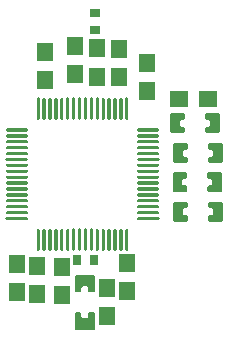
<source format=gtp>
G04 Layer: TopPasteMaskLayer*
G04 EasyEDA Pro v2.2.44.9, 2025-11-28 14:21:36*
G04 Gerber Generator version 0.3*
G04 Scale: 100 percent, Rotated: No, Reflected: No*
G04 Dimensions in millimeters*
G04 Leading zeros omitted, absolute positions, 4 integers and 5 decimals*
G04 Generated by one-click*
%FSLAX45Y45*%
%MOMM*%
%ADD10R,1.3589X1.5*%
%ADD11R,1.5X1.3589*%
%ADD12R,0.9X0.8*%
%ADD13R,0.8X0.9*%
%ADD14C,0.6945*%
G75*


G04 PolygonModel Start*
G36*
G01X2554290Y-1531295D02*
G02X2554290Y-1503294I0J14000D01*
G01X2721290Y-1503294D01*
G02X2721290Y-1531295I0J-14000D01*
G01X2554290Y-1531295D01*
G37*
G36*
G01X2554290Y-1581307D02*
G02X2554290Y-1553307I0J14000D01*
G01X2721290Y-1553307D01*
G02X2721290Y-1581307I0J-14000D01*
G01X2554290Y-1581307D01*
G37*
G36*
G01X2554290Y-1631295D02*
G02X2554290Y-1603294I0J14000D01*
G01X2721290Y-1603294D01*
G02X2721290Y-1631295I0J-14000D01*
G01X2554290Y-1631295D01*
G37*
G36*
G01X2554290Y-1681307D02*
G02X2554290Y-1653306I0J14000D01*
G01X2721290Y-1653306D01*
G02X2721290Y-1681307I0J-14000D01*
G01X2554290Y-1681307D01*
G37*
G36*
G01X2554290Y-1731294D02*
G02X2554290Y-1703294I0J14000D01*
G01X2721290Y-1703294D01*
G02X2721290Y-1731294I0J-14000D01*
G01X2554290Y-1731294D01*
G37*
G36*
G01X2554290Y-1781307D02*
G02X2554290Y-1753306I0J14000D01*
G01X2721290Y-1753306D01*
G02X2721290Y-1781307I0J-14000D01*
G01X2554290Y-1781307D01*
G37*
G36*
G01X2554290Y-1831294D02*
G02X2554290Y-1803293I0J14000D01*
G01X2721290Y-1803293D01*
G02X2721290Y-1831294I0J-14000D01*
G01X2554290Y-1831294D01*
G37*
G36*
G01X2554290Y-1881307D02*
G02X2554290Y-1853306I0J14000D01*
G01X2721290Y-1853306D01*
G02X2721290Y-1881307I0J-14000D01*
G01X2554290Y-1881307D01*
G37*
G36*
G01X2554290Y-1931294D02*
G02X2554290Y-1903293I0J14000D01*
G01X2721290Y-1903293D01*
G02X2721290Y-1931294I0J-14000D01*
G01X2554290Y-1931294D01*
G37*
G36*
G01X2554290Y-1981307D02*
G02X2554290Y-1953306I0J14000D01*
G01X2721290Y-1953306D01*
G02X2721290Y-1981307I0J-14000D01*
G01X2554290Y-1981307D01*
G37*
G36*
G01X2554290Y-2031294D02*
G02X2554290Y-2003293I0J14000D01*
G01X2721290Y-2003293D01*
G02X2721290Y-2031294I0J-14000D01*
G01X2554290Y-2031294D01*
G37*
G36*
G01X2554290Y-2081306D02*
G02X2554290Y-2053306I0J14000D01*
G01X2721290Y-2053306D01*
G02X2721290Y-2081306I0J-14000D01*
G01X2554290Y-2081306D01*
G37*
G36*
G01X2554290Y-2131294D02*
G02X2554290Y-2103293I0J14000D01*
G01X2721290Y-2103293D01*
G02X2721290Y-2131294I0J-14000D01*
G01X2554290Y-2131294D01*
G37*
G36*
G01X2554290Y-2181306D02*
G02X2554290Y-2153305I0J14000D01*
G01X2721290Y-2153305D01*
G02X2721290Y-2181306I0J-14000D01*
G01X2554290Y-2181306D01*
G37*
G36*
G01X2554290Y-2231293D02*
G02X2554290Y-2203293I0J14000D01*
G01X2721290Y-2203293D01*
G02X2721290Y-2231293I0J-14000D01*
G01X2554290Y-2231293D01*
G37*
G36*
G01X2554290Y-2281306D02*
G02X2554290Y-2253305I0J14000D01*
G01X2721290Y-2253305D01*
G02X2721290Y-2281306I0J-14000D01*
G01X2554290Y-2281306D01*
G37*
G36*
G01X2471806Y-1420810D02*
G02X2443805Y-1420810I-14000J0D01*
G01X2443805Y-1253810D01*
G02X2471806Y-1253810I14000J0D01*
G01X2471806Y-1420810D01*
G37*
G36*
G01X2421793Y-1420810D02*
G02X2393793Y-1420810I-14000J0D01*
G01X2393793Y-1253810D01*
G02X2421793Y-1253810I14000J0D01*
G01X2421793Y-1420810D01*
G37*
G36*
G01X2371806Y-1420810D02*
G02X2343805Y-1420810I-14000J0D01*
G01X2343805Y-1253810D01*
G02X2371806Y-1253810I14000J0D01*
G01X2371806Y-1420810D01*
G37*
G36*
G01X2321794Y-1420810D02*
G02X2293793Y-1420810I-14000J0D01*
G01X2293793Y-1253810D01*
G02X2321794Y-1253810I14000J0D01*
G01X2321794Y-1420810D01*
G37*
G36*
G01X2271806Y-1420810D02*
G02X2243806Y-1420810I-14000J0D01*
G01X2243806Y-1253810D01*
G02X2271806Y-1253810I14000J0D01*
G01X2271806Y-1420810D01*
G37*
G36*
G01X2221794Y-1420810D02*
G02X2193793Y-1420810I-14000J0D01*
G01X2193793Y-1253810D01*
G02X2221794Y-1253810I14000J0D01*
G01X2221794Y-1420810D01*
G37*
G36*
G01X2171807Y-1420810D02*
G02X2143806Y-1420810I-14000J0D01*
G01X2143806Y-1253810D01*
G02X2171807Y-1253810I14000J0D01*
G01X2171807Y-1420810D01*
G37*
G36*
G01X2121794Y-1420810D02*
G02X2093793Y-1420810I-14000J0D01*
G01X2093793Y-1253810D01*
G02X2121794Y-1253810I14000J0D01*
G01X2121794Y-1420810D01*
G37*
G36*
G01X2071807Y-1420810D02*
G02X2043806Y-1420810I-14000J0D01*
G01X2043806Y-1253810D01*
G02X2071807Y-1253810I14000J0D01*
G01X2071807Y-1420810D01*
G37*
G36*
G01X2021794Y-1420810D02*
G02X1993793Y-1420810I-14000J0D01*
G01X1993793Y-1253810D01*
G02X2021794Y-1253810I14000J0D01*
G01X2021794Y-1420810D01*
G37*
G36*
G01X1971807Y-1420810D02*
G02X1943806Y-1420810I-14000J0D01*
G01X1943806Y-1253810D01*
G02X1971807Y-1253810I14000J0D01*
G01X1971807Y-1420810D01*
G37*
G36*
G01X1921794Y-1420810D02*
G02X1893794Y-1420810I-14000J0D01*
G01X1893794Y-1253810D01*
G02X1921794Y-1253810I14000J0D01*
G01X1921794Y-1420810D01*
G37*
G36*
G01X1871807Y-1420810D02*
G02X1843806Y-1420810I-14000J0D01*
G01X1843806Y-1253810D01*
G02X1871807Y-1253810I14000J0D01*
G01X1871807Y-1420810D01*
G37*
G36*
G01X1821795Y-1420810D02*
G02X1793794Y-1420810I-14000J0D01*
G01X1793794Y-1253810D01*
G02X1821795Y-1253810I14000J0D01*
G01X1821795Y-1420810D01*
G37*
G36*
G01X1771807Y-1420810D02*
G02X1743807Y-1420810I-14000J0D01*
G01X1743807Y-1253810D01*
G02X1771807Y-1253810I14000J0D01*
G01X1771807Y-1420810D01*
G37*
G36*
G01X1721795Y-1420810D02*
G02X1693794Y-1420810I-14000J0D01*
G01X1693794Y-1253810D01*
G02X1721795Y-1253810I14000J0D01*
G01X1721795Y-1420810D01*
G37*
G36*
G01X1611310Y-1503294D02*
G02X1611310Y-1531295I0J-14000D01*
G01X1444310Y-1531295D01*
G02X1444310Y-1503294I0J14000D01*
G01X1611310Y-1503294D01*
G37*
G36*
G01X1611310Y-1553307D02*
G02X1611310Y-1581307I0J-14000D01*
G01X1444310Y-1581307D01*
G02X1444310Y-1553307I0J14000D01*
G01X1611310Y-1553307D01*
G37*
G36*
G01X1611310Y-1603294D02*
G02X1611310Y-1631295I0J-14000D01*
G01X1444310Y-1631295D01*
G02X1444310Y-1603294I0J14000D01*
G01X1611310Y-1603294D01*
G37*
G36*
G01X1611310Y-1653306D02*
G02X1611310Y-1681307I0J-14000D01*
G01X1444310Y-1681307D01*
G02X1444310Y-1653306I0J14000D01*
G01X1611310Y-1653306D01*
G37*
G36*
G01X1611310Y-1703294D02*
G02X1611310Y-1731294I0J-14000D01*
G01X1444310Y-1731294D01*
G02X1444310Y-1703294I0J14000D01*
G01X1611310Y-1703294D01*
G37*
G36*
G01X1611310Y-1753306D02*
G02X1611310Y-1781307I0J-14000D01*
G01X1444310Y-1781307D01*
G02X1444310Y-1753306I0J14000D01*
G01X1611310Y-1753306D01*
G37*
G36*
G01X1611310Y-1803293D02*
G02X1611310Y-1831294I0J-14000D01*
G01X1444310Y-1831294D01*
G02X1444310Y-1803293I0J14000D01*
G01X1611310Y-1803293D01*
G37*
G36*
G01X1611310Y-1853306D02*
G02X1611310Y-1881307I0J-14000D01*
G01X1444310Y-1881307D01*
G02X1444310Y-1853306I0J14000D01*
G01X1611310Y-1853306D01*
G37*
G36*
G01X1611310Y-1903293D02*
G02X1611310Y-1931294I0J-14000D01*
G01X1444310Y-1931294D01*
G02X1444310Y-1903293I0J14000D01*
G01X1611310Y-1903293D01*
G37*
G36*
G01X1611310Y-1953306D02*
G02X1611310Y-1981307I0J-14000D01*
G01X1444310Y-1981307D01*
G02X1444310Y-1953306I0J14000D01*
G01X1611310Y-1953306D01*
G37*
G36*
G01X1611310Y-2003293D02*
G02X1611310Y-2031294I0J-14000D01*
G01X1444310Y-2031294D01*
G02X1444310Y-2003293I0J14000D01*
G01X1611310Y-2003293D01*
G37*
G36*
G01X1611310Y-2053306D02*
G02X1611310Y-2081306I0J-14000D01*
G01X1444310Y-2081306D01*
G02X1444310Y-2053306I0J14000D01*
G01X1611310Y-2053306D01*
G37*
G36*
G01X1611310Y-2103293D02*
G02X1611310Y-2131294I0J-14000D01*
G01X1444310Y-2131294D01*
G02X1444310Y-2103293I0J14000D01*
G01X1611310Y-2103293D01*
G37*
G36*
G01X1611310Y-2153305D02*
G02X1611310Y-2181306I0J-14000D01*
G01X1444310Y-2181306D01*
G02X1444310Y-2153305I0J14000D01*
G01X1611310Y-2153305D01*
G37*
G36*
G01X1611310Y-2203293D02*
G02X1611310Y-2231293I0J-14000D01*
G01X1444310Y-2231293D01*
G02X1444310Y-2203293I0J14000D01*
G01X1611310Y-2203293D01*
G37*
G36*
G01X1611310Y-2253305D02*
G02X1611310Y-2281306I0J-14000D01*
G01X1444310Y-2281306D01*
G02X1444310Y-2253305I0J14000D01*
G01X1611310Y-2253305D01*
G37*
G36*
G01X1693794Y-2363790D02*
G02X1721795Y-2363790I14000J0D01*
G01X1721795Y-2530790D01*
G02X1693794Y-2530790I-14000J0D01*
G01X1693794Y-2363790D01*
G37*
G36*
G01X1743807Y-2363790D02*
G02X1771807Y-2363790I14000J0D01*
G01X1771807Y-2530790D01*
G02X1743807Y-2530790I-14000J0D01*
G01X1743807Y-2363790D01*
G37*
G36*
G01X1793794Y-2363790D02*
G02X1821795Y-2363790I14000J0D01*
G01X1821795Y-2530790D01*
G02X1793794Y-2530790I-14000J0D01*
G01X1793794Y-2363790D01*
G37*
G36*
G01X1843806Y-2363790D02*
G02X1871807Y-2363790I14000J0D01*
G01X1871807Y-2530790D01*
G02X1843806Y-2530790I-14000J0D01*
G01X1843806Y-2363790D01*
G37*
G36*
G01X1893794Y-2363790D02*
G02X1921794Y-2363790I14000J0D01*
G01X1921794Y-2530790D01*
G02X1893794Y-2530790I-14000J0D01*
G01X1893794Y-2363790D01*
G37*
G36*
G01X1943806Y-2363790D02*
G02X1971807Y-2363790I14000J0D01*
G01X1971807Y-2530790D01*
G02X1943806Y-2530790I-14000J0D01*
G01X1943806Y-2363790D01*
G37*
G36*
G01X1993793Y-2363790D02*
G02X2021794Y-2363790I14000J0D01*
G01X2021794Y-2530790D01*
G02X1993793Y-2530790I-14000J0D01*
G01X1993793Y-2363790D01*
G37*
G36*
G01X2043806Y-2363790D02*
G02X2071807Y-2363790I14000J0D01*
G01X2071807Y-2530790D01*
G02X2043806Y-2530790I-14000J0D01*
G01X2043806Y-2363790D01*
G37*
G36*
G01X2093793Y-2363790D02*
G02X2121794Y-2363790I14000J0D01*
G01X2121794Y-2530790D01*
G02X2093793Y-2530790I-14000J0D01*
G01X2093793Y-2363790D01*
G37*
G36*
G01X2143806Y-2363790D02*
G02X2171807Y-2363790I14000J0D01*
G01X2171807Y-2530790D01*
G02X2143806Y-2530790I-14000J0D01*
G01X2143806Y-2363790D01*
G37*
G36*
G01X2193793Y-2363790D02*
G02X2221794Y-2363790I14000J0D01*
G01X2221794Y-2530790D01*
G02X2193793Y-2530790I-14000J0D01*
G01X2193793Y-2363790D01*
G37*
G36*
G01X2243806Y-2363790D02*
G02X2271806Y-2363790I14000J0D01*
G01X2271806Y-2530790D01*
G02X2243806Y-2530790I-14000J0D01*
G01X2243806Y-2363790D01*
G37*
G36*
G01X2293793Y-2363790D02*
G02X2321794Y-2363790I14000J0D01*
G01X2321794Y-2530790D01*
G02X2293793Y-2530790I-14000J0D01*
G01X2293793Y-2363790D01*
G37*
G36*
G01X2343805Y-2363790D02*
G02X2371806Y-2363790I14000J0D01*
G01X2371806Y-2530790D01*
G02X2343805Y-2530790I-14000J0D01*
G01X2343805Y-2363790D01*
G37*
G36*
G01X2393793Y-2363790D02*
G02X2421793Y-2363790I14000J0D01*
G01X2421793Y-2530790D01*
G02X2393793Y-2530790I-14000J0D01*
G01X2393793Y-2363790D01*
G37*
G36*
G01X2443805Y-2363790D02*
G02X2471806Y-2363790I14000J0D01*
G01X2471806Y-2530790D01*
G02X2443805Y-2530790I-14000J0D01*
G01X2443805Y-2363790D01*
G37*
G36*
G01X3148200Y-2284849D02*
G01X3148200Y-2248718D01*
G01X3158200Y-2238718D01*
G01X3179257Y-2238718D01*
G01X3189257Y-2228718D01*
G01X3189257Y-2190882D01*
G01X3179257Y-2180882D01*
G01X3158200Y-2180882D01*
G01X3148200Y-2170882D01*
G01X3148200Y-2134751D01*
G01X3158200Y-2124751D01*
G01X3258952Y-2124751D01*
G01X3268952Y-2134751D01*
G01X3268952Y-2284849D01*
G01X3258952Y-2294849D01*
G01X3158200Y-2294849D01*
G01X3148200Y-2284849D01*
G37*
G36*
G01X2973200Y-2284849D02*
G01X2973200Y-2248718D01*
G01X2963200Y-2238718D01*
G01X2942143Y-2238718D01*
G01X2932143Y-2228718D01*
G01X2932143Y-2190882D01*
G01X2942143Y-2180882D01*
G01X2963200Y-2180882D01*
G01X2973200Y-2170882D01*
G01X2973200Y-2134751D01*
G01X2963200Y-2124751D01*
G01X2862448Y-2124751D01*
G01X2852448Y-2134751D01*
G01X2852448Y-2284849D01*
G01X2862448Y-2294849D01*
G01X2963200Y-2294849D01*
G01X2973200Y-2284849D01*
G37*
G36*
G01X3140723Y-2033114D02*
G01X3140723Y-1996982D01*
G01X3150723Y-1986982D01*
G01X3171779Y-1986982D01*
G01X3181779Y-1976982D01*
G01X3181779Y-1939146D01*
G01X3171779Y-1929147D01*
G01X3150723Y-1929147D01*
G01X3140723Y-1919147D01*
G01X3140723Y-1883015D01*
G01X3150723Y-1873015D01*
G01X3251474Y-1873015D01*
G01X3261474Y-1883015D01*
G01X3261474Y-2033114D01*
G01X3251474Y-2043114D01*
G01X3150723Y-2043114D01*
G01X3140723Y-2033114D01*
G37*
G36*
G01X2965722Y-2033114D02*
G01X2965722Y-1996982D01*
G01X2955722Y-1986982D01*
G01X2934665Y-1986982D01*
G01X2924665Y-1976982D01*
G01X2924665Y-1939146D01*
G01X2934665Y-1929147D01*
G01X2955722Y-1929147D01*
G01X2965722Y-1919147D01*
G01X2965722Y-1883015D01*
G01X2955722Y-1873015D01*
G01X2854970Y-1873015D01*
G01X2844970Y-1883015D01*
G01X2844970Y-2033114D01*
G01X2854970Y-2043114D01*
G01X2955722Y-2043114D01*
G01X2965722Y-2033114D01*
G37*
G36*
G01X3148200Y-1789549D02*
G01X3148200Y-1753418D01*
G01X3158200Y-1743418D01*
G01X3179257Y-1743418D01*
G01X3189257Y-1733418D01*
G01X3189257Y-1695582D01*
G01X3179257Y-1685582D01*
G01X3158200Y-1685582D01*
G01X3148200Y-1675582D01*
G01X3148200Y-1639451D01*
G01X3158200Y-1629451D01*
G01X3258952Y-1629451D01*
G01X3268952Y-1639451D01*
G01X3268952Y-1789549D01*
G01X3258952Y-1799549D01*
G01X3158200Y-1799549D01*
G01X3148200Y-1789549D01*
G37*
G36*
G01X2973200Y-1789549D02*
G01X2973200Y-1753418D01*
G01X2963200Y-1743418D01*
G01X2942143Y-1743418D01*
G01X2932143Y-1733418D01*
G01X2932143Y-1695582D01*
G01X2942143Y-1685582D01*
G01X2963200Y-1685582D01*
G01X2973200Y-1675582D01*
G01X2973200Y-1639451D01*
G01X2963200Y-1629451D01*
G01X2862448Y-1629451D01*
G01X2852448Y-1639451D01*
G01X2852448Y-1789549D01*
G01X2862448Y-1799549D01*
G01X2963200Y-1799549D01*
G01X2973200Y-1789549D01*
G37*
G36*
G01X3122800Y-1535549D02*
G01X3122800Y-1499418D01*
G01X3132800Y-1489418D01*
G01X3153857Y-1489418D01*
G01X3163857Y-1479418D01*
G01X3163857Y-1441582D01*
G01X3153857Y-1431582D01*
G01X3132800Y-1431582D01*
G01X3122800Y-1421582D01*
G01X3122800Y-1385451D01*
G01X3132800Y-1375451D01*
G01X3233552Y-1375451D01*
G01X3243552Y-1385451D01*
G01X3243552Y-1535549D01*
G01X3233552Y-1545549D01*
G01X3132800Y-1545549D01*
G01X3122800Y-1535549D01*
G37*
G36*
G01X2947800Y-1535549D02*
G01X2947800Y-1499418D01*
G01X2937800Y-1489418D01*
G01X2916743Y-1489418D01*
G01X2906743Y-1479418D01*
G01X2906743Y-1441582D01*
G01X2916743Y-1431582D01*
G01X2937800Y-1431582D01*
G01X2947800Y-1421582D01*
G01X2947800Y-1385451D01*
G01X2937800Y-1375451D01*
G01X2837048Y-1375451D01*
G01X2827048Y-1385451D01*
G01X2827048Y-1535549D01*
G01X2837048Y-1545549D01*
G01X2937800Y-1545549D01*
G01X2947800Y-1535549D01*
G37*
G36*
G01X2178759Y-2892116D02*
G01X2141733Y-2892116D01*
G01X2131733Y-2882116D01*
G01X2131733Y-2851626D01*
G01X2121733Y-2841626D01*
G01X2082983Y-2841626D01*
G01X2072983Y-2851626D01*
G01X2072983Y-2882116D01*
G01X2062983Y-2892116D01*
G01X2025957Y-2892116D01*
G01X2015957Y-2882116D01*
G01X2015957Y-2753618D01*
G01X2025957Y-2743618D01*
G01X2178759Y-2743618D01*
G01X2188759Y-2753618D01*
G01X2188759Y-2882116D01*
G01X2178759Y-2892116D01*
G37*
G36*
G01X2178759Y-3062119D02*
G01X2141733Y-3062119D01*
G01X2131733Y-3072119D01*
G01X2131733Y-3102609D01*
G01X2121733Y-3112609D01*
G01X2082983Y-3112609D01*
G01X2072983Y-3102609D01*
G01X2072983Y-3072119D01*
G01X2062983Y-3062119D01*
G01X2025957Y-3062119D01*
G01X2015957Y-3072119D01*
G01X2015957Y-3200617D01*
G01X2025957Y-3210617D01*
G01X2178759Y-3210617D01*
G01X2188759Y-3200617D01*
G01X2188759Y-3072119D01*
G01X2178759Y-3062119D01*
G37*

G04 Pad Start*
G54D10*
G01X2019300Y-1047090D03*
G01X2019300Y-807110D03*
G01X1765300Y-1097890D03*
G01X1765300Y-857910D03*
G01X2387600Y-1072490D03*
G01X2387600Y-832510D03*
G01X2628900Y-1186790D03*
G01X2628900Y-946810D03*
G54D11*
G01X2902610Y-1257300D03*
G01X3142590Y-1257300D03*
G54D10*
G01X2456790Y-2642921D03*
G01X2456790Y-2882900D03*
G01X1524000Y-2648610D03*
G01X1524000Y-2888590D03*
G01X1905000Y-2674010D03*
G01X1905000Y-2913990D03*
G01X1696110Y-2908300D03*
G01X1696110Y-2668321D03*
G01X2204110Y-1066800D03*
G01X2204110Y-826821D03*
G54D12*
G01X2184400Y-666902D03*
G01X2184400Y-526898D03*
G54D10*
G01X2286000Y-2851810D03*
G01X2286000Y-3091790D03*
G54D13*
G01X2038198Y-2616200D03*
G01X2178202Y-2616200D03*
G04 Pad End*

M02*


</source>
